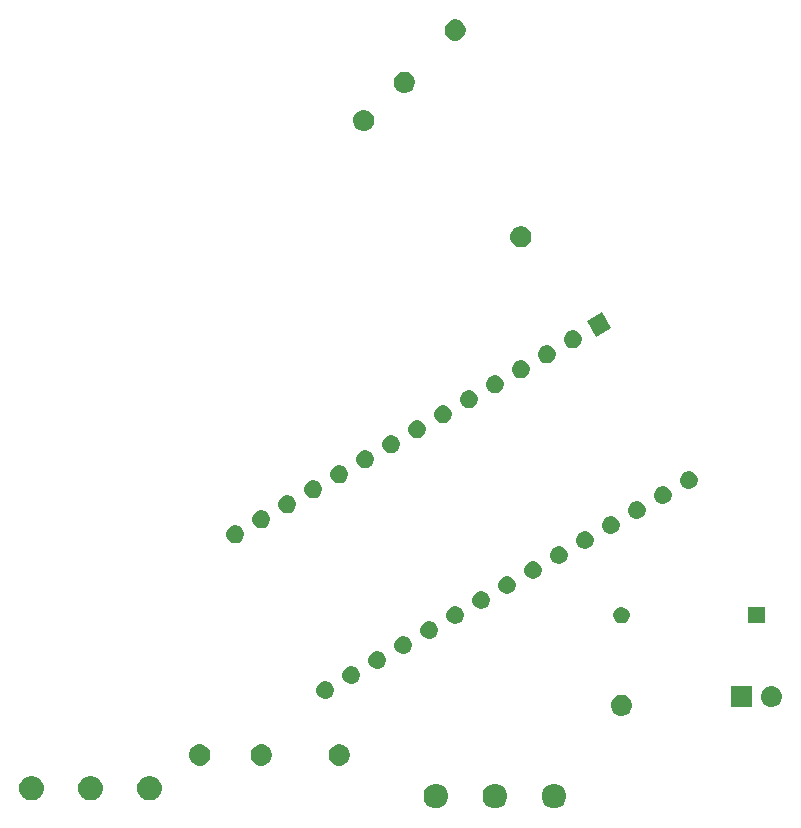
<source format=gbr>
%TF.GenerationSoftware,Flux,Pcbnew,9.0.6-9.0.6~ubuntu22.04.1*%
%TF.CreationDate,2025-12-30T03:11:02+00:00*%
%TF.ProjectId,input,696e7075-742e-46b6-9963-61645f706362,rev?*%
%TF.SameCoordinates,Original*%
%TF.FileFunction,Soldermask,Top*%
%TF.FilePolarity,Negative*%
%FSLAX46Y46*%
G04 Gerber Fmt 4.6, Leading zero omitted, Abs format (unit mm)*
G04 Filename: pegjumpinggamepcb-179b*
G04 Build it with Flux! Visit our site at: https://www.flux.ai (PCBNEW 9.0.6-9.0.6~ubuntu22.04.1) date 2025-12-30 03:11:02*
%MOMM*%
%LPD*%
G01*
G04 APERTURE LIST*
%ADD10C,0.000000*%
G04 APERTURE END LIST*
D10*
%TO.C,*%
G36*
X484209715Y-191218308D02*
G01*
X484413185Y-191335782D01*
X484579318Y-191501915D01*
X484696792Y-191705385D01*
X484757600Y-191932326D01*
X484757600Y-192167274D01*
X484696792Y-192394215D01*
X484579318Y-192597685D01*
X484413185Y-192763818D01*
X484209715Y-192881292D01*
X483982774Y-192942100D01*
X483747826Y-192942100D01*
X483520885Y-192881292D01*
X483317415Y-192763818D01*
X483151282Y-192597685D01*
X483033808Y-192394215D01*
X482973000Y-192167274D01*
X482973000Y-191932326D01*
X483033808Y-191705385D01*
X483151282Y-191501915D01*
X483317415Y-191335782D01*
X483520885Y-191218308D01*
X483747826Y-191157500D01*
X483982774Y-191157500D01*
X484209715Y-191218308D01*
G37*
G36*
X496909715Y-190496208D02*
G01*
X497113185Y-190613682D01*
X497279318Y-190779815D01*
X497396792Y-190983285D01*
X497457600Y-191210226D01*
X497457600Y-191445174D01*
X497396792Y-191672115D01*
X497279318Y-191875585D01*
X497113185Y-192041718D01*
X496909715Y-192159192D01*
X496682774Y-192220000D01*
X496447826Y-192220000D01*
X496220885Y-192159192D01*
X496017415Y-192041718D01*
X495851282Y-191875585D01*
X495733808Y-191672115D01*
X495673000Y-191445174D01*
X495673000Y-191210226D01*
X495733808Y-190983285D01*
X495851282Y-190779815D01*
X496017415Y-190613682D01*
X496220885Y-190496208D01*
X496447826Y-190435400D01*
X496682774Y-190435400D01*
X496909715Y-190496208D01*
G37*
G36*
X494925300Y-192227700D02*
G01*
X493125300Y-192227700D01*
X493125300Y-190427700D01*
X494925300Y-190427700D01*
X494925300Y-192227700D01*
G37*
G36*
X465832215Y-138461908D02*
G01*
X466035685Y-138579382D01*
X466201818Y-138745515D01*
X466319292Y-138948985D01*
X466380100Y-139175926D01*
X466380100Y-139410874D01*
X466319292Y-139637815D01*
X466201818Y-139841285D01*
X466035685Y-140007418D01*
X465832215Y-140124892D01*
X465605274Y-140185700D01*
X465370326Y-140185700D01*
X465143385Y-140124892D01*
X464939915Y-140007418D01*
X464773782Y-139841285D01*
X464656308Y-139637815D01*
X464595500Y-139410874D01*
X464595500Y-139175926D01*
X464656308Y-138948985D01*
X464773782Y-138745515D01*
X464939915Y-138579382D01*
X465143385Y-138461908D01*
X465370326Y-138401100D01*
X465605274Y-138401100D01*
X465832215Y-138461908D01*
G37*
G36*
X483001265Y-160080516D02*
G01*
X481681441Y-160842514D01*
X480919443Y-159522690D01*
X482239267Y-158760692D01*
X483001265Y-160080516D01*
G37*
G36*
X455855484Y-174337569D02*
G01*
X456027755Y-174437031D01*
X456168414Y-174577690D01*
X456267874Y-174749961D01*
X456319359Y-174942105D01*
X456319359Y-175141027D01*
X456267874Y-175333171D01*
X456168412Y-175505442D01*
X456027753Y-175646101D01*
X455855481Y-175745562D01*
X455663338Y-175797046D01*
X455464416Y-175797046D01*
X455272272Y-175745561D01*
X455100001Y-175646100D01*
X454959342Y-175505441D01*
X454859881Y-175333169D01*
X454808397Y-175141025D01*
X454808397Y-174942103D01*
X454859882Y-174749959D01*
X454959343Y-174577688D01*
X455100002Y-174437029D01*
X455272274Y-174337569D01*
X455464418Y-174286084D01*
X455663340Y-174286084D01*
X455855484Y-174337569D01*
G37*
G36*
X461275758Y-188805804D02*
G01*
X461448030Y-188905266D01*
X461588688Y-189045925D01*
X461688149Y-189218196D01*
X461739634Y-189410340D01*
X461739633Y-189609262D01*
X461688148Y-189801406D01*
X461588687Y-189973677D01*
X461448028Y-190114336D01*
X461275756Y-190213797D01*
X461083612Y-190265281D01*
X460884690Y-190265281D01*
X460692547Y-190213796D01*
X460520275Y-190114335D01*
X460379617Y-189973676D01*
X460280156Y-189801404D01*
X460228671Y-189609260D01*
X460228672Y-189410338D01*
X460280157Y-189218194D01*
X460379618Y-189045923D01*
X460520277Y-188905264D01*
X460692549Y-188805804D01*
X460884693Y-188754319D01*
X461083615Y-188754319D01*
X461275758Y-188805804D01*
G37*
G36*
X465483027Y-186214326D02*
G01*
X465675171Y-186265811D01*
X465847442Y-186365272D01*
X465988101Y-186505931D01*
X466087562Y-186678203D01*
X466139046Y-186870347D01*
X466139046Y-187069268D01*
X466087561Y-187261412D01*
X465988100Y-187433684D01*
X465847441Y-187574342D01*
X465675169Y-187673803D01*
X465483025Y-187725288D01*
X465284103Y-187725287D01*
X465091959Y-187673802D01*
X464919688Y-187574341D01*
X464779029Y-187433682D01*
X464679569Y-187261410D01*
X464628084Y-187069266D01*
X464628084Y-186870344D01*
X464679569Y-186678201D01*
X464779031Y-186505929D01*
X464919690Y-186365271D01*
X465091961Y-186265810D01*
X465284105Y-186214325D01*
X465483027Y-186214326D01*
G37*
G36*
X462454603Y-170527579D02*
G01*
X462626874Y-170627040D01*
X462767533Y-170767699D01*
X462866993Y-170939971D01*
X462918478Y-171132115D01*
X462918478Y-171331037D01*
X462866993Y-171523180D01*
X462767531Y-171695452D01*
X462626872Y-171836111D01*
X462454601Y-171935571D01*
X462262457Y-171987056D01*
X462063535Y-171987056D01*
X461871391Y-171935570D01*
X461699120Y-171836109D01*
X461558461Y-171695450D01*
X461459000Y-171523178D01*
X461407516Y-171331035D01*
X461407516Y-171132113D01*
X461459001Y-170939969D01*
X461558462Y-170767698D01*
X461699121Y-170627039D01*
X461871393Y-170527578D01*
X462063537Y-170476094D01*
X462262459Y-170476094D01*
X462454603Y-170527579D01*
G37*
G36*
X459076052Y-190075801D02*
G01*
X459248323Y-190175262D01*
X459388982Y-190315922D01*
X459488443Y-190488193D01*
X459539927Y-190680337D01*
X459539927Y-190879259D01*
X459488442Y-191071403D01*
X459388981Y-191243674D01*
X459248322Y-191384333D01*
X459076050Y-191483794D01*
X458883906Y-191535278D01*
X458684984Y-191535278D01*
X458492840Y-191483793D01*
X458320569Y-191384332D01*
X458179910Y-191243672D01*
X458080450Y-191071401D01*
X458028965Y-190879257D01*
X458028965Y-190680335D01*
X458080450Y-190488191D01*
X458179912Y-190315920D01*
X458320571Y-190175261D01*
X458492842Y-190075800D01*
X458684986Y-190024316D01*
X458883908Y-190024316D01*
X459076052Y-190075801D01*
G37*
G36*
X466854015Y-167987585D02*
G01*
X467026287Y-168087046D01*
X467166945Y-168227706D01*
X467266406Y-168399977D01*
X467317891Y-168592121D01*
X467317890Y-168791043D01*
X467266405Y-168983187D01*
X467166944Y-169155458D01*
X467026285Y-169296117D01*
X466854013Y-169395578D01*
X466661869Y-169447062D01*
X466462947Y-169447062D01*
X466270804Y-169395577D01*
X466098532Y-169296116D01*
X465957874Y-169155456D01*
X465858413Y-168983185D01*
X465806928Y-168791041D01*
X465806929Y-168592119D01*
X465858414Y-168399975D01*
X465957875Y-168227704D01*
X466098534Y-168087045D01*
X466270806Y-167987584D01*
X466462950Y-167936100D01*
X466661871Y-167936100D01*
X466854015Y-167987585D01*
G37*
G36*
X460062752Y-171746091D02*
G01*
X460254896Y-171797576D01*
X460427167Y-171897037D01*
X460567826Y-172037696D01*
X460667287Y-172209968D01*
X460718772Y-172402112D01*
X460718771Y-172601034D01*
X460667286Y-172793177D01*
X460567825Y-172965449D01*
X460427166Y-173106107D01*
X460254894Y-173205568D01*
X460062750Y-173257053D01*
X459863828Y-173257052D01*
X459671685Y-173205567D01*
X459499413Y-173106106D01*
X459358755Y-172965447D01*
X459259294Y-172793175D01*
X459207809Y-172601031D01*
X459207810Y-172402110D01*
X459259295Y-172209966D01*
X459358756Y-172037694D01*
X459499415Y-171897036D01*
X459671687Y-171797575D01*
X459863831Y-171746090D01*
X460062752Y-171746091D01*
G37*
G36*
X469053722Y-166717588D02*
G01*
X469225993Y-166817050D01*
X469366652Y-166957709D01*
X469466112Y-167129980D01*
X469517597Y-167322124D01*
X469517597Y-167521046D01*
X469466112Y-167713190D01*
X469366650Y-167885461D01*
X469225991Y-168026120D01*
X469053720Y-168125581D01*
X468861576Y-168177065D01*
X468662654Y-168177065D01*
X468470510Y-168125580D01*
X468298239Y-168026119D01*
X468157580Y-167885459D01*
X468058119Y-167713188D01*
X468006635Y-167521044D01*
X468006635Y-167322122D01*
X468058120Y-167129978D01*
X468157581Y-166957707D01*
X468298240Y-166817048D01*
X468470512Y-166717588D01*
X468662656Y-166666103D01*
X468861578Y-166666103D01*
X469053722Y-166717588D01*
G37*
G36*
X485472528Y-174835839D02*
G01*
X485644799Y-174935300D01*
X485785458Y-175075959D01*
X485884919Y-175248231D01*
X485936403Y-175440375D01*
X485936403Y-175639297D01*
X485884918Y-175831441D01*
X485785457Y-176003712D01*
X485644798Y-176144371D01*
X485472526Y-176243831D01*
X485280382Y-176295316D01*
X485081460Y-176295316D01*
X484889316Y-176243831D01*
X484717045Y-176144369D01*
X484576386Y-176003710D01*
X484476926Y-175831439D01*
X484425441Y-175639295D01*
X484425441Y-175440373D01*
X484476926Y-175248229D01*
X484576388Y-175075958D01*
X484717047Y-174935299D01*
X484889319Y-174835838D01*
X485081462Y-174784354D01*
X485280384Y-174784354D01*
X485472528Y-174835839D01*
G37*
G36*
X464654309Y-169257582D02*
G01*
X464826580Y-169357043D01*
X464967239Y-169497702D01*
X465066700Y-169669974D01*
X465118184Y-169862118D01*
X465118184Y-170061040D01*
X465066699Y-170253184D01*
X464967238Y-170425455D01*
X464826578Y-170566114D01*
X464654307Y-170665574D01*
X464462163Y-170717059D01*
X464263241Y-170717059D01*
X464071097Y-170665574D01*
X463898826Y-170566112D01*
X463758167Y-170425453D01*
X463658706Y-170253182D01*
X463607222Y-170061038D01*
X463607222Y-169862116D01*
X463658707Y-169669972D01*
X463758169Y-169497701D01*
X463898828Y-169357042D01*
X464071099Y-169257581D01*
X464263243Y-169206097D01*
X464462165Y-169206097D01*
X464654309Y-169257582D01*
G37*
G36*
X480052253Y-160367604D02*
G01*
X480224525Y-160467065D01*
X480365183Y-160607724D01*
X480464644Y-160779996D01*
X480516129Y-160972140D01*
X480516128Y-161171062D01*
X480464643Y-161363206D01*
X480365182Y-161535477D01*
X480224523Y-161676136D01*
X480052251Y-161775596D01*
X479860107Y-161827081D01*
X479661185Y-161827081D01*
X479469042Y-161775596D01*
X479296770Y-161676134D01*
X479156112Y-161535475D01*
X479056651Y-161363204D01*
X479005166Y-161171060D01*
X479005167Y-160972138D01*
X479056652Y-160779994D01*
X479156113Y-160607723D01*
X479296772Y-160467064D01*
X479469044Y-160367603D01*
X479661188Y-160316119D01*
X479860110Y-160316119D01*
X480052253Y-160367604D01*
G37*
G36*
X473260990Y-164126110D02*
G01*
X473453134Y-164177595D01*
X473625406Y-164277056D01*
X473766064Y-164417715D01*
X473865525Y-164589987D01*
X473917010Y-164782131D01*
X473917009Y-164981052D01*
X473865524Y-165173196D01*
X473766063Y-165345467D01*
X473625404Y-165486126D01*
X473453132Y-165585587D01*
X473260988Y-165637072D01*
X473062066Y-165637071D01*
X472869923Y-165585586D01*
X472697651Y-165486125D01*
X472556993Y-165345466D01*
X472457532Y-165173194D01*
X472406047Y-164981050D01*
X472406048Y-164782128D01*
X472457533Y-164589985D01*
X472556994Y-164417713D01*
X472697653Y-164277055D01*
X472869925Y-164177594D01*
X473062069Y-164126109D01*
X473260990Y-164126110D01*
G37*
G36*
X489871941Y-172295845D02*
G01*
X490044212Y-172395306D01*
X490184871Y-172535966D01*
X490284332Y-172708237D01*
X490335816Y-172900381D01*
X490335816Y-173099303D01*
X490284331Y-173291447D01*
X490184870Y-173463718D01*
X490044210Y-173604377D01*
X489871939Y-173703838D01*
X489679795Y-173755322D01*
X489480873Y-173755322D01*
X489288729Y-173703837D01*
X489116458Y-173604376D01*
X488975799Y-173463716D01*
X488876338Y-173291445D01*
X488824854Y-173099301D01*
X488824854Y-172900379D01*
X488876339Y-172708235D01*
X488975800Y-172535964D01*
X489116460Y-172395305D01*
X489288731Y-172295844D01*
X489480875Y-172244360D01*
X489679797Y-172244360D01*
X489871941Y-172295845D01*
G37*
G36*
X453655777Y-175607566D02*
G01*
X453828048Y-175707028D01*
X453968707Y-175847687D01*
X454068168Y-176019958D01*
X454119653Y-176212102D01*
X454119652Y-176411024D01*
X454068167Y-176603168D01*
X453968706Y-176775439D01*
X453828047Y-176916098D01*
X453655775Y-177015559D01*
X453463631Y-177067043D01*
X453264709Y-177067043D01*
X453072566Y-177015558D01*
X452900294Y-176916097D01*
X452759635Y-176775437D01*
X452660175Y-176603166D01*
X452608690Y-176411022D01*
X452608691Y-176212100D01*
X452660176Y-176019956D01*
X452759637Y-175847685D01*
X452900296Y-175707026D01*
X453072568Y-175607565D01*
X453264712Y-175556081D01*
X453463633Y-175556081D01*
X453655777Y-175607566D01*
G37*
G36*
X487672234Y-173565842D02*
G01*
X487844506Y-173665303D01*
X487985165Y-173805963D01*
X488084625Y-173978234D01*
X488136110Y-174170378D01*
X488136109Y-174369300D01*
X488084624Y-174561444D01*
X487985163Y-174733715D01*
X487844504Y-174874374D01*
X487672232Y-174973835D01*
X487480088Y-175025319D01*
X487281167Y-175025319D01*
X487089023Y-174973834D01*
X486916752Y-174874372D01*
X486776093Y-174733713D01*
X486676632Y-174561442D01*
X486625147Y-174369298D01*
X486625148Y-174170376D01*
X486676633Y-173978232D01*
X486776094Y-173805961D01*
X486916753Y-173665302D01*
X487089025Y-173565841D01*
X487281169Y-173514357D01*
X487480091Y-173514357D01*
X487672234Y-173565842D01*
G37*
G36*
X457863046Y-173016088D02*
G01*
X458055190Y-173067573D01*
X458227461Y-173167034D01*
X458368120Y-173307693D01*
X458467581Y-173479965D01*
X458519065Y-173672109D01*
X458519065Y-173871030D01*
X458467580Y-174063174D01*
X458368119Y-174235445D01*
X458227459Y-174376104D01*
X458055188Y-174475565D01*
X457863044Y-174527050D01*
X457664122Y-174527049D01*
X457471978Y-174475564D01*
X457299707Y-174376103D01*
X457159048Y-174235444D01*
X457059587Y-174063172D01*
X457008103Y-173871028D01*
X457008103Y-173672106D01*
X457059588Y-173479963D01*
X457159049Y-173307691D01*
X457299709Y-173167032D01*
X457471980Y-173067572D01*
X457664124Y-173016087D01*
X457863046Y-173016088D01*
G37*
G36*
X483080678Y-176054351D02*
G01*
X483272822Y-176105836D01*
X483445093Y-176205297D01*
X483585752Y-176345956D01*
X483685213Y-176518228D01*
X483736697Y-176710372D01*
X483736697Y-176909294D01*
X483685212Y-177101437D01*
X483585751Y-177273709D01*
X483445091Y-177414368D01*
X483272820Y-177513828D01*
X483080676Y-177565313D01*
X482881754Y-177565312D01*
X482689610Y-177513827D01*
X482517339Y-177414366D01*
X482376680Y-177273707D01*
X482277219Y-177101435D01*
X482225735Y-176909291D01*
X482225735Y-176710370D01*
X482277220Y-176518226D01*
X482376681Y-176345955D01*
X482517341Y-176205296D01*
X482689612Y-176105835D01*
X482881756Y-176054350D01*
X483080678Y-176054351D01*
G37*
G36*
X474473996Y-181185823D02*
G01*
X474646268Y-181285284D01*
X474786926Y-181425944D01*
X474886387Y-181598215D01*
X474937872Y-181790359D01*
X474937871Y-181989281D01*
X474886386Y-182181425D01*
X474786925Y-182353696D01*
X474646266Y-182494355D01*
X474473994Y-182593816D01*
X474281850Y-182645300D01*
X474082929Y-182645300D01*
X473890785Y-182593815D01*
X473718513Y-182494354D01*
X473577855Y-182353694D01*
X473478394Y-182181423D01*
X473426909Y-181989279D01*
X473426910Y-181790357D01*
X473478395Y-181598213D01*
X473577856Y-181425942D01*
X473718515Y-181285283D01*
X473890787Y-181185822D01*
X474082931Y-181134338D01*
X474281853Y-181134338D01*
X474473996Y-181185823D01*
G37*
G36*
X451456071Y-176877563D02*
G01*
X451628342Y-176977024D01*
X451769001Y-177117684D01*
X451868462Y-177289955D01*
X451919946Y-177482099D01*
X451919946Y-177681021D01*
X451868461Y-177873165D01*
X451769000Y-178045436D01*
X451628340Y-178186095D01*
X451456069Y-178285556D01*
X451263925Y-178337040D01*
X451065003Y-178337040D01*
X450872859Y-178285555D01*
X450700588Y-178186094D01*
X450559929Y-178045434D01*
X450460468Y-177873163D01*
X450408984Y-177681019D01*
X450408984Y-177482097D01*
X450460469Y-177289953D01*
X450559930Y-177117682D01*
X450700590Y-176977023D01*
X450872861Y-176877562D01*
X451065005Y-176826078D01*
X451263927Y-176826078D01*
X451456071Y-176877563D01*
G37*
G36*
X471253428Y-165447591D02*
G01*
X471425699Y-165547053D01*
X471566358Y-165687712D01*
X471665819Y-165859983D01*
X471717303Y-166052127D01*
X471717303Y-166251049D01*
X471665818Y-166443193D01*
X471566357Y-166615464D01*
X471425697Y-166756123D01*
X471253426Y-166855584D01*
X471061282Y-166907068D01*
X470862360Y-166907068D01*
X470670216Y-166855583D01*
X470497945Y-166756122D01*
X470357286Y-166615463D01*
X470257825Y-166443191D01*
X470206341Y-166251047D01*
X470206341Y-166052125D01*
X470257826Y-165859981D01*
X470357288Y-165687710D01*
X470497947Y-165547051D01*
X470670218Y-165447591D01*
X470862362Y-165396106D01*
X471061284Y-165396106D01*
X471253428Y-165447591D01*
G37*
G36*
X477852547Y-161637601D02*
G01*
X478024818Y-161737062D01*
X478165477Y-161877721D01*
X478264938Y-162049993D01*
X478316422Y-162242137D01*
X478316422Y-162441059D01*
X478264937Y-162633202D01*
X478165476Y-162805474D01*
X478024816Y-162946133D01*
X477852545Y-163045593D01*
X477660401Y-163097078D01*
X477461479Y-163097078D01*
X477269335Y-163045592D01*
X477097064Y-162946131D01*
X476956405Y-162805472D01*
X476856945Y-162633200D01*
X476805460Y-162441057D01*
X476805460Y-162242135D01*
X476856945Y-162049991D01*
X476956407Y-161877720D01*
X477097066Y-161737061D01*
X477269337Y-161637600D01*
X477461481Y-161586116D01*
X477660403Y-161586116D01*
X477852547Y-161637601D01*
G37*
G36*
X475460697Y-162856113D02*
G01*
X475652841Y-162907598D01*
X475825112Y-163007059D01*
X475965771Y-163147718D01*
X476065231Y-163319990D01*
X476116716Y-163512134D01*
X476116716Y-163711056D01*
X476065231Y-163903199D01*
X475965769Y-164075471D01*
X475825110Y-164216129D01*
X475652839Y-164315590D01*
X475460695Y-164367075D01*
X475261773Y-164367074D01*
X475069629Y-164315589D01*
X474897358Y-164216128D01*
X474756699Y-164075469D01*
X474657238Y-163903197D01*
X474605754Y-163711053D01*
X474605754Y-163512132D01*
X474657239Y-163319988D01*
X474756700Y-163147716D01*
X474897359Y-163007058D01*
X475069631Y-162907597D01*
X475261775Y-162856112D01*
X475460697Y-162856113D01*
G37*
G36*
X476673703Y-179915826D02*
G01*
X476845974Y-180015288D01*
X476986633Y-180155947D01*
X477086094Y-180328218D01*
X477137578Y-180520362D01*
X477137578Y-180719284D01*
X477086093Y-180911428D01*
X476986631Y-181083699D01*
X476845972Y-181224358D01*
X476673701Y-181323819D01*
X476481557Y-181375303D01*
X476282635Y-181375303D01*
X476090491Y-181323818D01*
X475918220Y-181224357D01*
X475777561Y-181083698D01*
X475678100Y-180911426D01*
X475626616Y-180719282D01*
X475626616Y-180520360D01*
X475678101Y-180328216D01*
X475777562Y-180155945D01*
X475918222Y-180015286D01*
X476090493Y-179915826D01*
X476282637Y-179864341D01*
X476481559Y-179864341D01*
X476673703Y-179915826D01*
G37*
G36*
X472274290Y-182455820D02*
G01*
X472446561Y-182555281D01*
X472587220Y-182695941D01*
X472686681Y-182868212D01*
X472738165Y-183060356D01*
X472738165Y-183259278D01*
X472686680Y-183451422D01*
X472587219Y-183623693D01*
X472446560Y-183764352D01*
X472274288Y-183863812D01*
X472082144Y-183915297D01*
X471883222Y-183915297D01*
X471691078Y-183863812D01*
X471518807Y-183764350D01*
X471378148Y-183623691D01*
X471278688Y-183451420D01*
X471227203Y-183259276D01*
X471227203Y-183060354D01*
X471278688Y-182868210D01*
X471378150Y-182695939D01*
X471518809Y-182555280D01*
X471691080Y-182455819D01*
X471883224Y-182404335D01*
X472082146Y-182404335D01*
X472274290Y-182455820D01*
G37*
G36*
X478873409Y-178645830D02*
G01*
X479045680Y-178745291D01*
X479186339Y-178885950D01*
X479285800Y-179058222D01*
X479337284Y-179250365D01*
X479337284Y-179449287D01*
X479285799Y-179641431D01*
X479186338Y-179813702D01*
X479045679Y-179954361D01*
X478873407Y-180053822D01*
X478681263Y-180105306D01*
X478482341Y-180105306D01*
X478290197Y-180053821D01*
X478117926Y-179954360D01*
X477977267Y-179813701D01*
X477877807Y-179641429D01*
X477826322Y-179449285D01*
X477826322Y-179250363D01*
X477877807Y-179058220D01*
X477977269Y-178885948D01*
X478117928Y-178745289D01*
X478290199Y-178645829D01*
X478482343Y-178594344D01*
X478681265Y-178594344D01*
X478873409Y-178645830D01*
G37*
G36*
X467682734Y-184944329D02*
G01*
X467874877Y-184995814D01*
X468047149Y-185095275D01*
X468187807Y-185235934D01*
X468287268Y-185408206D01*
X468338753Y-185600350D01*
X468338752Y-185799272D01*
X468287267Y-185991415D01*
X468187806Y-186163687D01*
X468047147Y-186304345D01*
X467874875Y-186403806D01*
X467682731Y-186455291D01*
X467483810Y-186455290D01*
X467291666Y-186403805D01*
X467119394Y-186304344D01*
X466978736Y-186163685D01*
X466879275Y-185991413D01*
X466827790Y-185799269D01*
X466827791Y-185600348D01*
X466879276Y-185408204D01*
X466978737Y-185235933D01*
X467119396Y-185095274D01*
X467291668Y-184995813D01*
X467483812Y-184944328D01*
X467682734Y-184944329D01*
G37*
G36*
X470074584Y-183725817D02*
G01*
X470246855Y-183825278D01*
X470387514Y-183965937D01*
X470486975Y-184138209D01*
X470538459Y-184330353D01*
X470538459Y-184529275D01*
X470486974Y-184721419D01*
X470387512Y-184893690D01*
X470246853Y-185034349D01*
X470074582Y-185133809D01*
X469882438Y-185185294D01*
X469683516Y-185185294D01*
X469491372Y-185133809D01*
X469319101Y-185034347D01*
X469178442Y-184893688D01*
X469078981Y-184721417D01*
X469027497Y-184529273D01*
X469027497Y-184330351D01*
X469078982Y-184138207D01*
X469178443Y-183965936D01*
X469319103Y-183825277D01*
X469491374Y-183725816D01*
X469683518Y-183674332D01*
X469882440Y-183674332D01*
X470074584Y-183725817D01*
G37*
G36*
X463475465Y-187535808D02*
G01*
X463647736Y-187635269D01*
X463788395Y-187775928D01*
X463887855Y-187948200D01*
X463939340Y-188140343D01*
X463939340Y-188339265D01*
X463887855Y-188531409D01*
X463788393Y-188703680D01*
X463647734Y-188844339D01*
X463475463Y-188943800D01*
X463283319Y-188995284D01*
X463084397Y-188995284D01*
X462892253Y-188943799D01*
X462719982Y-188844338D01*
X462579323Y-188703679D01*
X462479862Y-188531407D01*
X462428378Y-188339263D01*
X462428378Y-188140341D01*
X462479863Y-187948198D01*
X462579324Y-187775926D01*
X462719984Y-187635267D01*
X462892255Y-187535807D01*
X463084399Y-187484322D01*
X463283321Y-187484322D01*
X463475465Y-187535808D01*
G37*
G36*
X480880972Y-177324348D02*
G01*
X481073115Y-177375833D01*
X481245387Y-177475294D01*
X481386045Y-177615953D01*
X481485506Y-177788225D01*
X481536991Y-177980369D01*
X481536990Y-178179290D01*
X481485505Y-178371434D01*
X481386044Y-178543706D01*
X481245385Y-178684364D01*
X481073113Y-178783825D01*
X480880969Y-178835310D01*
X480682048Y-178835309D01*
X480489904Y-178783824D01*
X480317633Y-178684363D01*
X480176974Y-178543704D01*
X480077513Y-178371432D01*
X480026028Y-178179288D01*
X480026029Y-177980366D01*
X480077514Y-177788223D01*
X480176975Y-177615951D01*
X480317634Y-177475293D01*
X480489906Y-177375832D01*
X480682050Y-177324347D01*
X480880972Y-177324348D01*
G37*
G36*
X475705615Y-151561208D02*
G01*
X475909085Y-151678682D01*
X476075218Y-151844815D01*
X476192692Y-152048285D01*
X476253500Y-152275226D01*
X476253500Y-152510174D01*
X476192692Y-152737115D01*
X476075218Y-152940585D01*
X475909085Y-153106718D01*
X475705615Y-153224192D01*
X475478674Y-153285000D01*
X475243726Y-153285000D01*
X475016785Y-153224192D01*
X474813315Y-153106718D01*
X474647182Y-152940585D01*
X474529708Y-152737115D01*
X474468900Y-152510174D01*
X474468900Y-152275226D01*
X474529708Y-152048285D01*
X474647182Y-151844815D01*
X474813315Y-151678682D01*
X475016785Y-151561208D01*
X475243726Y-151500400D01*
X475478674Y-151500400D01*
X475705615Y-151561208D01*
G37*
G36*
X453708615Y-195433608D02*
G01*
X453912085Y-195551082D01*
X454078218Y-195717215D01*
X454195692Y-195920685D01*
X454256500Y-196147626D01*
X454256500Y-196382574D01*
X454195692Y-196609515D01*
X454078218Y-196812985D01*
X453912085Y-196979118D01*
X453708615Y-197096592D01*
X453481674Y-197157400D01*
X453246726Y-197157400D01*
X453019785Y-197096592D01*
X452816315Y-196979118D01*
X452650182Y-196812985D01*
X452532708Y-196609515D01*
X452471900Y-196382574D01*
X452471900Y-196147626D01*
X452532708Y-195920685D01*
X452650182Y-195717215D01*
X452816315Y-195551082D01*
X453019785Y-195433608D01*
X453246726Y-195372800D01*
X453481674Y-195372800D01*
X453708615Y-195433608D01*
G37*
G36*
X470127415Y-134051008D02*
G01*
X470330885Y-134168482D01*
X470497018Y-134334615D01*
X470614492Y-134538085D01*
X470675300Y-134765026D01*
X470675300Y-134999974D01*
X470614492Y-135226915D01*
X470497018Y-135430385D01*
X470330885Y-135596518D01*
X470127415Y-135713992D01*
X469900474Y-135774800D01*
X469665526Y-135774800D01*
X469438585Y-135713992D01*
X469235115Y-135596518D01*
X469068982Y-135430385D01*
X468951508Y-135226915D01*
X468890700Y-134999974D01*
X468890700Y-134765026D01*
X468951508Y-134538085D01*
X469068982Y-134334615D01*
X469235115Y-134168482D01*
X469438585Y-134051008D01*
X469665526Y-133990200D01*
X469900474Y-133990200D01*
X470127415Y-134051008D01*
G37*
G36*
X460307715Y-195433608D02*
G01*
X460511185Y-195551082D01*
X460677318Y-195717215D01*
X460794792Y-195920685D01*
X460855600Y-196147626D01*
X460855600Y-196382574D01*
X460794792Y-196609515D01*
X460677318Y-196812985D01*
X460511185Y-196979118D01*
X460307715Y-197096592D01*
X460080774Y-197157400D01*
X459845826Y-197157400D01*
X459618885Y-197096592D01*
X459415415Y-196979118D01*
X459249282Y-196812985D01*
X459131808Y-196609515D01*
X459071000Y-196382574D01*
X459071000Y-196147626D01*
X459131808Y-195920685D01*
X459249282Y-195717215D01*
X459415415Y-195551082D01*
X459618885Y-195433608D01*
X459845826Y-195372800D01*
X460080774Y-195372800D01*
X460307715Y-195433608D01*
G37*
G36*
X462402115Y-141700808D02*
G01*
X462605585Y-141818282D01*
X462771718Y-141984415D01*
X462889192Y-142187885D01*
X462950000Y-142414826D01*
X462950000Y-142649774D01*
X462889192Y-142876715D01*
X462771718Y-143080185D01*
X462605585Y-143246318D01*
X462402115Y-143363792D01*
X462175174Y-143424600D01*
X461940226Y-143424600D01*
X461713285Y-143363792D01*
X461509815Y-143246318D01*
X461343682Y-143080185D01*
X461226208Y-142876715D01*
X461165400Y-142649774D01*
X461165400Y-142414826D01*
X461226208Y-142187885D01*
X461343682Y-141984415D01*
X461509815Y-141818282D01*
X461713285Y-141700808D01*
X461940226Y-141640000D01*
X462175174Y-141640000D01*
X462402115Y-141700808D01*
G37*
G36*
X448522015Y-195433608D02*
G01*
X448725485Y-195551082D01*
X448891618Y-195717215D01*
X449009092Y-195920685D01*
X449069900Y-196147626D01*
X449069900Y-196382574D01*
X449009092Y-196609515D01*
X448891618Y-196812985D01*
X448725485Y-196979118D01*
X448522015Y-197096592D01*
X448295074Y-197157400D01*
X448060126Y-197157400D01*
X447833185Y-197096592D01*
X447629715Y-196979118D01*
X447463582Y-196812985D01*
X447346108Y-196609515D01*
X447285300Y-196382574D01*
X447285300Y-196147626D01*
X447346108Y-195920685D01*
X447463582Y-195717215D01*
X447629715Y-195551082D01*
X447833185Y-195433608D01*
X448060126Y-195372800D01*
X448295074Y-195372800D01*
X448522015Y-195433608D01*
G37*
G36*
X495993802Y-183731302D02*
G01*
X495993798Y-185128302D01*
X494596798Y-185128298D01*
X494596802Y-183731298D01*
X495993802Y-183731302D01*
G37*
G36*
X483956474Y-183737246D02*
G01*
X484132606Y-183784441D01*
X484290521Y-183875613D01*
X484419458Y-184004551D01*
X484510631Y-184162467D01*
X484557824Y-184338599D01*
X484557824Y-184520944D01*
X484510629Y-184697076D01*
X484419456Y-184854991D01*
X484290518Y-184983928D01*
X484132603Y-185075100D01*
X483956471Y-185122294D01*
X483774126Y-185122294D01*
X483597994Y-185075099D01*
X483440079Y-184983926D01*
X483311142Y-184854988D01*
X483219969Y-184697072D01*
X483172776Y-184520940D01*
X483172776Y-184338595D01*
X483219971Y-184162464D01*
X483311144Y-184004548D01*
X483440082Y-183875611D01*
X483597997Y-183784439D01*
X483774129Y-183737245D01*
X483956474Y-183737246D01*
G37*
G36*
X468563315Y-198767325D02*
G01*
X468800697Y-198904377D01*
X468994519Y-199098198D01*
X469131572Y-199335580D01*
X469202517Y-199600345D01*
X469202517Y-199874450D01*
X469131575Y-200139215D01*
X468994523Y-200376597D01*
X468800702Y-200570419D01*
X468563320Y-200707472D01*
X468298555Y-200778417D01*
X468024450Y-200778417D01*
X467759685Y-200707475D01*
X467522303Y-200570423D01*
X467328481Y-200376602D01*
X467191428Y-200139220D01*
X467120483Y-199874455D01*
X467120483Y-199600350D01*
X467191425Y-199335585D01*
X467328477Y-199098203D01*
X467522298Y-198904381D01*
X467759680Y-198767328D01*
X468024445Y-198696383D01*
X468298550Y-198696383D01*
X468563315Y-198767325D01*
G37*
G36*
X478563315Y-198767299D02*
G01*
X478800697Y-198904351D01*
X478994519Y-199098172D01*
X479131572Y-199335553D01*
X479202517Y-199600318D01*
X479202517Y-199874423D01*
X479131575Y-200139188D01*
X478994523Y-200376571D01*
X478800702Y-200570393D01*
X478563320Y-200707446D01*
X478298555Y-200778390D01*
X478024450Y-200778391D01*
X477759685Y-200707448D01*
X477522303Y-200570396D01*
X477328481Y-200376575D01*
X477191428Y-200139194D01*
X477120483Y-199874429D01*
X477120483Y-199600324D01*
X477191425Y-199335558D01*
X477328477Y-199098176D01*
X477522298Y-198904354D01*
X477759680Y-198767301D01*
X478024445Y-198696357D01*
X478298550Y-198696356D01*
X478563315Y-198767299D01*
G37*
G36*
X473563315Y-198767312D02*
G01*
X473800697Y-198904364D01*
X473994519Y-199098185D01*
X474131572Y-199335567D01*
X474202517Y-199600331D01*
X474202517Y-199874436D01*
X474131575Y-200139202D01*
X473994523Y-200376584D01*
X473800702Y-200570406D01*
X473563320Y-200707459D01*
X473298555Y-200778403D01*
X473024450Y-200778404D01*
X472759685Y-200707461D01*
X472522303Y-200570409D01*
X472328481Y-200376588D01*
X472191428Y-200139207D01*
X472120483Y-199874442D01*
X472120483Y-199600337D01*
X472191425Y-199335572D01*
X472328477Y-199098189D01*
X472522298Y-198904367D01*
X472759680Y-198767314D01*
X473024445Y-198696370D01*
X473298550Y-198696369D01*
X473563315Y-198767312D01*
G37*
G36*
X434313515Y-198097325D02*
G01*
X434550897Y-198234377D01*
X434744719Y-198428198D01*
X434881772Y-198665580D01*
X434952717Y-198930345D01*
X434952717Y-199204450D01*
X434881775Y-199469215D01*
X434744723Y-199706597D01*
X434550902Y-199900419D01*
X434313520Y-200037472D01*
X434048755Y-200108417D01*
X433774650Y-200108417D01*
X433509885Y-200037475D01*
X433272503Y-199900423D01*
X433078681Y-199706602D01*
X432941628Y-199469220D01*
X432870683Y-199204455D01*
X432870683Y-198930350D01*
X432941625Y-198665585D01*
X433078677Y-198428203D01*
X433272498Y-198234381D01*
X433509880Y-198097328D01*
X433774645Y-198026383D01*
X434048750Y-198026383D01*
X434313515Y-198097325D01*
G37*
G36*
X444313515Y-198097299D02*
G01*
X444550897Y-198234351D01*
X444744719Y-198428172D01*
X444881772Y-198665553D01*
X444952717Y-198930318D01*
X444952717Y-199204423D01*
X444881775Y-199469188D01*
X444744723Y-199706571D01*
X444550902Y-199900393D01*
X444313520Y-200037446D01*
X444048755Y-200108390D01*
X443774650Y-200108391D01*
X443509885Y-200037448D01*
X443272503Y-199900396D01*
X443078681Y-199706575D01*
X442941628Y-199469194D01*
X442870683Y-199204429D01*
X442870683Y-198930324D01*
X442941625Y-198665558D01*
X443078677Y-198428176D01*
X443272498Y-198234354D01*
X443509880Y-198097301D01*
X443774645Y-198026357D01*
X444048750Y-198026356D01*
X444313515Y-198097299D01*
G37*
G36*
X439313515Y-198097312D02*
G01*
X439550897Y-198234364D01*
X439744719Y-198428185D01*
X439881772Y-198665567D01*
X439952717Y-198930331D01*
X439952717Y-199204436D01*
X439881775Y-199469202D01*
X439744723Y-199706584D01*
X439550902Y-199900406D01*
X439313520Y-200037459D01*
X439048755Y-200108403D01*
X438774650Y-200108404D01*
X438509885Y-200037461D01*
X438272503Y-199900409D01*
X438078681Y-199706588D01*
X437941628Y-199469207D01*
X437870683Y-199204442D01*
X437870683Y-198930337D01*
X437941625Y-198665572D01*
X438078677Y-198428189D01*
X438272498Y-198234367D01*
X438509880Y-198097314D01*
X438774645Y-198026370D01*
X439048750Y-198026369D01*
X439313515Y-198097312D01*
G37*
%TD*%
M02*

</source>
